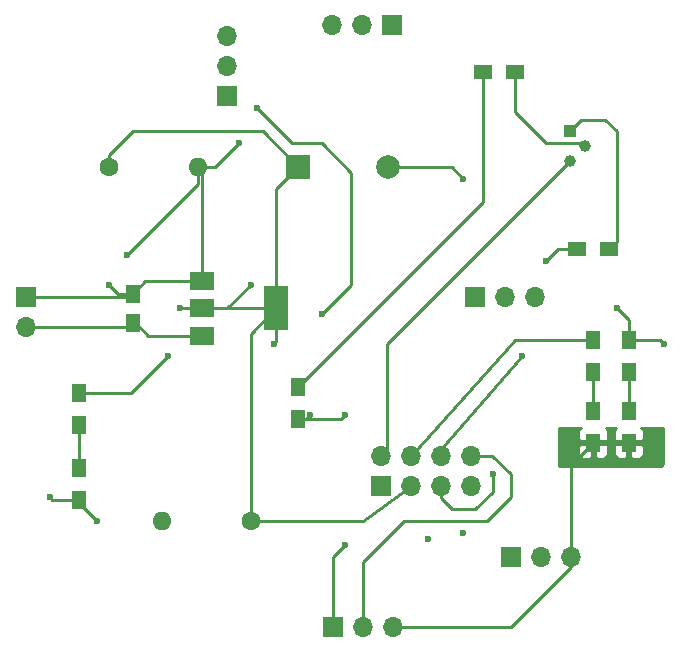
<source format=gtl>
G04 #@! TF.FileFunction,Copper,L1,Top,Signal*
%FSLAX46Y46*%
G04 Gerber Fmt 4.6, Leading zero omitted, Abs format (unit mm)*
G04 Created by KiCad (PCBNEW 4.0.7) date 03/26/19 14:41:24*
%MOMM*%
%LPD*%
G01*
G04 APERTURE LIST*
%ADD10C,0.100000*%
%ADD11R,2.000000X2.000000*%
%ADD12C,2.000000*%
%ADD13R,1.250000X1.500000*%
%ADD14C,1.600000*%
%ADD15O,1.600000X1.600000*%
%ADD16R,1.300000X1.500000*%
%ADD17R,1.700000X1.700000*%
%ADD18O,1.700000X1.700000*%
%ADD19C,1.000000*%
%ADD20R,1.000000X1.000000*%
%ADD21R,1.500000X1.300000*%
%ADD22R,2.000000X3.800000*%
%ADD23R,2.000000X1.500000*%
%ADD24C,0.600000*%
%ADD25C,0.250000*%
%ADD26C,0.254000*%
G04 APERTURE END LIST*
D10*
D11*
X84000000Y-42000000D03*
D12*
X91600000Y-42000000D03*
D13*
X70000000Y-55250000D03*
X70000000Y-52750000D03*
D14*
X68000000Y-42000000D03*
D15*
X75500000Y-42000000D03*
D14*
X80000000Y-72000000D03*
D15*
X72500000Y-72000000D03*
D16*
X65500000Y-70200000D03*
X65500000Y-67500000D03*
X109000000Y-65350000D03*
X109000000Y-62650000D03*
X112000000Y-65350000D03*
X112000000Y-62650000D03*
D17*
X61000000Y-53000000D03*
D18*
X61000000Y-55540000D03*
D17*
X91000000Y-69000000D03*
D18*
X91000000Y-66460000D03*
X93540000Y-69000000D03*
X93540000Y-66460000D03*
X96080000Y-69000000D03*
X96080000Y-66460000D03*
X98620000Y-69000000D03*
X98620000Y-66460000D03*
D17*
X87000000Y-81000000D03*
D18*
X89540000Y-81000000D03*
X92080000Y-81000000D03*
D17*
X92000000Y-30000000D03*
D18*
X89460000Y-30000000D03*
X86920000Y-30000000D03*
D19*
X108270000Y-40270000D03*
X107000000Y-41540000D03*
D20*
X107000000Y-39000000D03*
D16*
X65500000Y-61150000D03*
X65500000Y-63850000D03*
X109000000Y-59350000D03*
X109000000Y-56650000D03*
X112000000Y-59350000D03*
X112000000Y-56650000D03*
X84000000Y-63350000D03*
X84000000Y-60650000D03*
D21*
X102350000Y-34000000D03*
X99650000Y-34000000D03*
X107650000Y-49000000D03*
X110350000Y-49000000D03*
D22*
X82150000Y-54000000D03*
D23*
X75850000Y-54000000D03*
X75850000Y-56300000D03*
X75850000Y-51700000D03*
D17*
X102000000Y-75000000D03*
D18*
X104540000Y-75000000D03*
X107080000Y-75000000D03*
D17*
X99000000Y-53000000D03*
D18*
X101540000Y-53000000D03*
X104080000Y-53000000D03*
D17*
X78000000Y-36000000D03*
D18*
X78000000Y-33460000D03*
X78000000Y-30920000D03*
D24*
X95000000Y-73500000D03*
X98000000Y-73000000D03*
X82500000Y-53500000D03*
X82000000Y-57000000D03*
X80000000Y-52000000D03*
X74000000Y-54000000D03*
X73000000Y-58000000D03*
X105000000Y-50000000D03*
X98000000Y-43000000D03*
X69500000Y-49500000D03*
X68000000Y-52000000D03*
X63000000Y-70000000D03*
X67000000Y-72000000D03*
X79000000Y-40000000D03*
X88000000Y-74000000D03*
X85000000Y-63000000D03*
X86000000Y-54500000D03*
X80500000Y-37000000D03*
X88000000Y-63000000D03*
X115000000Y-57000000D03*
X111000000Y-54000000D03*
X103000000Y-58000000D03*
X100500000Y-68000000D03*
D25*
X82500000Y-53500000D02*
X82150000Y-53850000D01*
X82150000Y-53850000D02*
X82150000Y-54000000D01*
X82150000Y-54000000D02*
X82150000Y-56850000D01*
X82150000Y-56850000D02*
X82000000Y-57000000D01*
X75850000Y-54000000D02*
X78000000Y-54000000D01*
X78000000Y-54000000D02*
X80000000Y-52000000D01*
X80000000Y-72000000D02*
X89540000Y-72000000D01*
X89540000Y-72000000D02*
X93540000Y-69000000D01*
X80000000Y-72000000D02*
X80000000Y-56150000D01*
X80000000Y-56150000D02*
X82150000Y-54000000D01*
X68000000Y-42000000D02*
X68000000Y-41000000D01*
X81000000Y-39000000D02*
X84000000Y-42000000D01*
X70000000Y-39000000D02*
X81000000Y-39000000D01*
X68000000Y-41000000D02*
X70000000Y-39000000D01*
X82150000Y-54000000D02*
X82150000Y-43850000D01*
X82150000Y-43850000D02*
X84000000Y-42000000D01*
X75850000Y-54000000D02*
X82150000Y-54000000D01*
X65500000Y-61150000D02*
X69850000Y-61150000D01*
X74000000Y-54000000D02*
X75850000Y-54000000D01*
X69850000Y-61150000D02*
X73000000Y-58000000D01*
X91600000Y-42000000D02*
X97000000Y-42000000D01*
X106000000Y-49000000D02*
X107650000Y-49000000D01*
X105000000Y-50000000D02*
X106000000Y-49000000D01*
X97000000Y-42000000D02*
X98000000Y-43000000D01*
X70000000Y-55250000D02*
X70250000Y-55250000D01*
X70250000Y-55250000D02*
X71300000Y-56300000D01*
X71300000Y-56300000D02*
X75850000Y-56300000D01*
X61000000Y-55540000D02*
X69710000Y-55540000D01*
X69710000Y-55540000D02*
X70000000Y-55250000D01*
X91000000Y-66460000D02*
X91040000Y-66460000D01*
X91040000Y-66460000D02*
X91500000Y-66000000D01*
X91500000Y-66000000D02*
X91500000Y-57040000D01*
X91500000Y-57040000D02*
X107000000Y-41540000D01*
X75500000Y-42000000D02*
X75500000Y-43500000D01*
X75500000Y-43500000D02*
X69500000Y-49500000D01*
X70000000Y-52750000D02*
X68750000Y-52750000D01*
X68750000Y-52750000D02*
X68000000Y-52000000D01*
X75850000Y-51700000D02*
X75850000Y-42350000D01*
X75850000Y-42350000D02*
X75500000Y-42000000D01*
X63200000Y-70200000D02*
X65500000Y-70200000D01*
X63000000Y-70000000D02*
X63200000Y-70200000D01*
X67000000Y-72000000D02*
X65500000Y-70500000D01*
X65500000Y-70500000D02*
X65500000Y-70200000D01*
X107080000Y-75000000D02*
X107080000Y-75920000D01*
X107080000Y-75920000D02*
X102000000Y-81000000D01*
X102000000Y-81000000D02*
X92080000Y-81000000D01*
X107080000Y-75000000D02*
X107080000Y-67270000D01*
X107080000Y-67270000D02*
X109000000Y-65350000D01*
X109000000Y-65350000D02*
X112000000Y-65350000D01*
X75500000Y-42000000D02*
X77000000Y-42000000D01*
X77000000Y-42000000D02*
X79000000Y-40000000D01*
X61000000Y-53000000D02*
X69750000Y-53000000D01*
X69750000Y-53000000D02*
X71050000Y-51700000D01*
X71050000Y-51700000D02*
X75850000Y-51700000D01*
X65500000Y-63850000D02*
X65500000Y-67500000D01*
X109000000Y-62650000D02*
X109000000Y-59350000D01*
X112000000Y-59350000D02*
X112000000Y-62650000D01*
X87000000Y-75000000D02*
X87000000Y-81000000D01*
X88000000Y-74000000D02*
X87000000Y-75000000D01*
X85000000Y-63000000D02*
X84650000Y-63350000D01*
X88500000Y-52000000D02*
X86000000Y-54500000D01*
X88500000Y-42500000D02*
X88500000Y-52000000D01*
X86000000Y-40000000D02*
X88500000Y-42500000D01*
X83500000Y-40000000D02*
X86000000Y-40000000D01*
X80500000Y-37000000D02*
X83500000Y-40000000D01*
X84650000Y-63350000D02*
X84000000Y-63350000D01*
X84000000Y-63350000D02*
X87650000Y-63350000D01*
X87650000Y-63350000D02*
X88000000Y-63000000D01*
X109000000Y-56650000D02*
X102350000Y-56650000D01*
X102350000Y-56650000D02*
X93540000Y-66460000D01*
X114650000Y-56650000D02*
X112000000Y-56650000D01*
X115000000Y-57000000D02*
X114650000Y-56650000D01*
X112000000Y-56650000D02*
X112000000Y-55000000D01*
X103000000Y-58000000D02*
X96080000Y-65920000D01*
X112000000Y-55000000D02*
X111000000Y-54000000D01*
X96080000Y-66460000D02*
X96080000Y-65920000D01*
X89540000Y-81000000D02*
X89540000Y-75460000D01*
X100460000Y-66460000D02*
X98620000Y-66460000D01*
X102000000Y-68000000D02*
X100460000Y-66460000D01*
X102000000Y-70000000D02*
X102000000Y-68000000D01*
X100000000Y-72000000D02*
X102000000Y-70000000D01*
X93000000Y-72000000D02*
X100000000Y-72000000D01*
X89540000Y-75460000D02*
X93000000Y-72000000D01*
X102350000Y-34000000D02*
X102350000Y-37350000D01*
X105000000Y-40000000D02*
X108000000Y-40000000D01*
X102350000Y-37350000D02*
X105000000Y-40000000D01*
X108000000Y-40000000D02*
X108270000Y-40270000D01*
X107000000Y-39000000D02*
X108000000Y-38000000D01*
X111000000Y-39000000D02*
X111000000Y-48350000D01*
X110000000Y-38000000D02*
X111000000Y-39000000D01*
X108000000Y-38000000D02*
X110000000Y-38000000D01*
X111000000Y-48350000D02*
X110350000Y-49000000D01*
X99650000Y-34000000D02*
X99650000Y-45000000D01*
X99650000Y-45000000D02*
X84000000Y-60650000D01*
X96080000Y-69000000D02*
X96080000Y-70080000D01*
X100500000Y-69500000D02*
X100500000Y-68000000D01*
X99000000Y-71000000D02*
X100500000Y-69500000D01*
X97000000Y-71000000D02*
X99000000Y-71000000D01*
X96080000Y-70080000D02*
X97000000Y-71000000D01*
D26*
G36*
X107811673Y-64240302D02*
X107715000Y-64473691D01*
X107715000Y-65064250D01*
X107873750Y-65223000D01*
X108873000Y-65223000D01*
X108873000Y-65203000D01*
X109127000Y-65203000D01*
X109127000Y-65223000D01*
X110126250Y-65223000D01*
X110285000Y-65064250D01*
X110285000Y-64473691D01*
X110188327Y-64240302D01*
X110075026Y-64127000D01*
X110924974Y-64127000D01*
X110811673Y-64240302D01*
X110715000Y-64473691D01*
X110715000Y-65064250D01*
X110873750Y-65223000D01*
X111873000Y-65223000D01*
X111873000Y-65203000D01*
X112127000Y-65203000D01*
X112127000Y-65223000D01*
X113126250Y-65223000D01*
X113285000Y-65064250D01*
X113285000Y-64473691D01*
X113188327Y-64240302D01*
X113075026Y-64127000D01*
X114873000Y-64127000D01*
X114873000Y-67194260D01*
X114753570Y-67373000D01*
X106127000Y-67373000D01*
X106127000Y-65635750D01*
X107715000Y-65635750D01*
X107715000Y-66226309D01*
X107811673Y-66459698D01*
X107990301Y-66638327D01*
X108223690Y-66735000D01*
X108714250Y-66735000D01*
X108873000Y-66576250D01*
X108873000Y-65477000D01*
X109127000Y-65477000D01*
X109127000Y-66576250D01*
X109285750Y-66735000D01*
X109776310Y-66735000D01*
X110009699Y-66638327D01*
X110188327Y-66459698D01*
X110285000Y-66226309D01*
X110285000Y-65635750D01*
X110715000Y-65635750D01*
X110715000Y-66226309D01*
X110811673Y-66459698D01*
X110990301Y-66638327D01*
X111223690Y-66735000D01*
X111714250Y-66735000D01*
X111873000Y-66576250D01*
X111873000Y-65477000D01*
X112127000Y-65477000D01*
X112127000Y-66576250D01*
X112285750Y-66735000D01*
X112776310Y-66735000D01*
X113009699Y-66638327D01*
X113188327Y-66459698D01*
X113285000Y-66226309D01*
X113285000Y-65635750D01*
X113126250Y-65477000D01*
X112127000Y-65477000D01*
X111873000Y-65477000D01*
X110873750Y-65477000D01*
X110715000Y-65635750D01*
X110285000Y-65635750D01*
X110126250Y-65477000D01*
X109127000Y-65477000D01*
X108873000Y-65477000D01*
X107873750Y-65477000D01*
X107715000Y-65635750D01*
X106127000Y-65635750D01*
X106127000Y-64127000D01*
X107924974Y-64127000D01*
X107811673Y-64240302D01*
X107811673Y-64240302D01*
G37*
X107811673Y-64240302D02*
X107715000Y-64473691D01*
X107715000Y-65064250D01*
X107873750Y-65223000D01*
X108873000Y-65223000D01*
X108873000Y-65203000D01*
X109127000Y-65203000D01*
X109127000Y-65223000D01*
X110126250Y-65223000D01*
X110285000Y-65064250D01*
X110285000Y-64473691D01*
X110188327Y-64240302D01*
X110075026Y-64127000D01*
X110924974Y-64127000D01*
X110811673Y-64240302D01*
X110715000Y-64473691D01*
X110715000Y-65064250D01*
X110873750Y-65223000D01*
X111873000Y-65223000D01*
X111873000Y-65203000D01*
X112127000Y-65203000D01*
X112127000Y-65223000D01*
X113126250Y-65223000D01*
X113285000Y-65064250D01*
X113285000Y-64473691D01*
X113188327Y-64240302D01*
X113075026Y-64127000D01*
X114873000Y-64127000D01*
X114873000Y-67194260D01*
X114753570Y-67373000D01*
X106127000Y-67373000D01*
X106127000Y-65635750D01*
X107715000Y-65635750D01*
X107715000Y-66226309D01*
X107811673Y-66459698D01*
X107990301Y-66638327D01*
X108223690Y-66735000D01*
X108714250Y-66735000D01*
X108873000Y-66576250D01*
X108873000Y-65477000D01*
X109127000Y-65477000D01*
X109127000Y-66576250D01*
X109285750Y-66735000D01*
X109776310Y-66735000D01*
X110009699Y-66638327D01*
X110188327Y-66459698D01*
X110285000Y-66226309D01*
X110285000Y-65635750D01*
X110715000Y-65635750D01*
X110715000Y-66226309D01*
X110811673Y-66459698D01*
X110990301Y-66638327D01*
X111223690Y-66735000D01*
X111714250Y-66735000D01*
X111873000Y-66576250D01*
X111873000Y-65477000D01*
X112127000Y-65477000D01*
X112127000Y-66576250D01*
X112285750Y-66735000D01*
X112776310Y-66735000D01*
X113009699Y-66638327D01*
X113188327Y-66459698D01*
X113285000Y-66226309D01*
X113285000Y-65635750D01*
X113126250Y-65477000D01*
X112127000Y-65477000D01*
X111873000Y-65477000D01*
X110873750Y-65477000D01*
X110715000Y-65635750D01*
X110285000Y-65635750D01*
X110126250Y-65477000D01*
X109127000Y-65477000D01*
X108873000Y-65477000D01*
X107873750Y-65477000D01*
X107715000Y-65635750D01*
X106127000Y-65635750D01*
X106127000Y-64127000D01*
X107924974Y-64127000D01*
X107811673Y-64240302D01*
M02*

</source>
